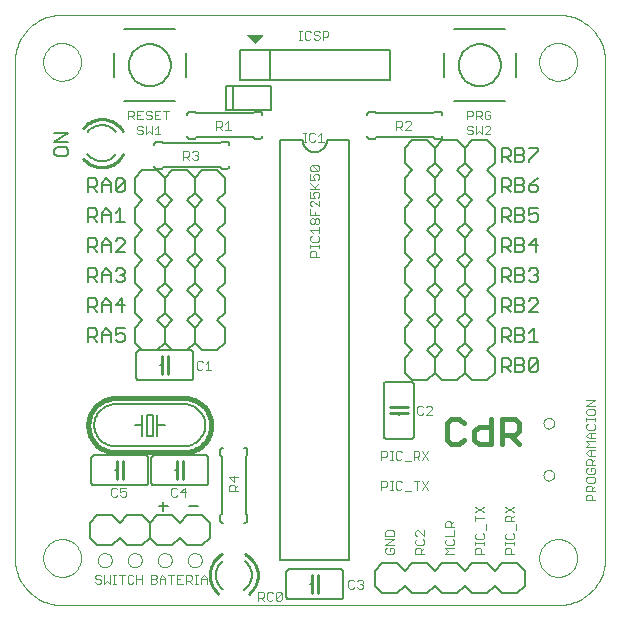
<source format=gto>
G75*
G70*
%OFA0B0*%
%FSLAX24Y24*%
%IPPOS*%
%LPD*%
%AMOC8*
5,1,8,0,0,1.08239X$1,22.5*
%
%ADD10C,0.0030*%
%ADD11C,0.0050*%
%ADD12C,0.0000*%
%ADD13C,0.0160*%
%ADD14C,0.0080*%
%ADD15C,0.0060*%
%ADD16C,0.0100*%
%ADD17C,0.0025*%
D10*
X005319Y004136D02*
X005271Y004184D01*
X005319Y004136D02*
X005416Y004136D01*
X005464Y004184D01*
X005464Y004232D01*
X005416Y004281D01*
X005319Y004281D01*
X005271Y004329D01*
X005271Y004377D01*
X005319Y004426D01*
X005416Y004426D01*
X005464Y004377D01*
X005566Y004426D02*
X005566Y004136D01*
X005662Y004232D01*
X005759Y004136D01*
X005759Y004426D01*
X005860Y004426D02*
X005957Y004426D01*
X005909Y004426D02*
X005909Y004136D01*
X005957Y004136D02*
X005860Y004136D01*
X006153Y004136D02*
X006153Y004426D01*
X006057Y004426D02*
X006250Y004426D01*
X006351Y004377D02*
X006351Y004184D01*
X006400Y004136D01*
X006496Y004136D01*
X006545Y004184D01*
X006646Y004136D02*
X006646Y004426D01*
X006545Y004377D02*
X006496Y004426D01*
X006400Y004426D01*
X006351Y004377D01*
X006646Y004281D02*
X006840Y004281D01*
X006840Y004426D02*
X006840Y004136D01*
X007124Y004136D02*
X007124Y004426D01*
X007269Y004426D01*
X007317Y004377D01*
X007317Y004329D01*
X007269Y004281D01*
X007124Y004281D01*
X007269Y004281D02*
X007317Y004232D01*
X007317Y004184D01*
X007269Y004136D01*
X007124Y004136D01*
X007418Y004136D02*
X007418Y004329D01*
X007515Y004426D01*
X007612Y004329D01*
X007612Y004136D01*
X007612Y004281D02*
X007418Y004281D01*
X007713Y004426D02*
X007906Y004426D01*
X007810Y004426D02*
X007810Y004136D01*
X008008Y004136D02*
X008008Y004426D01*
X008201Y004426D01*
X008302Y004426D02*
X008302Y004136D01*
X008302Y004232D02*
X008447Y004232D01*
X008496Y004281D01*
X008496Y004377D01*
X008447Y004426D01*
X008302Y004426D01*
X008399Y004232D02*
X008496Y004136D01*
X008597Y004136D02*
X008694Y004136D01*
X008645Y004136D02*
X008645Y004426D01*
X008597Y004426D02*
X008694Y004426D01*
X008793Y004329D02*
X008890Y004426D01*
X008987Y004329D01*
X008987Y004136D01*
X008987Y004281D02*
X008793Y004281D01*
X008793Y004329D02*
X008793Y004136D01*
X008201Y004136D02*
X008008Y004136D01*
X008008Y004281D02*
X008104Y004281D01*
X010706Y003861D02*
X010706Y003571D01*
X010706Y003667D02*
X010851Y003667D01*
X010899Y003716D01*
X010899Y003812D01*
X010851Y003861D01*
X010706Y003861D01*
X010803Y003667D02*
X010899Y003571D01*
X011000Y003619D02*
X011049Y003571D01*
X011146Y003571D01*
X011194Y003619D01*
X011295Y003619D02*
X011343Y003571D01*
X011440Y003571D01*
X011489Y003619D01*
X011489Y003812D01*
X011295Y003619D01*
X011295Y003812D01*
X011343Y003861D01*
X011440Y003861D01*
X011489Y003812D01*
X011194Y003812D02*
X011146Y003861D01*
X011049Y003861D01*
X011000Y003812D01*
X011000Y003619D01*
X013711Y004019D02*
X013760Y003971D01*
X013856Y003971D01*
X013905Y004019D01*
X014006Y004019D02*
X014054Y003971D01*
X014151Y003971D01*
X014199Y004019D01*
X014199Y004067D01*
X014151Y004116D01*
X014103Y004116D01*
X014151Y004116D02*
X014199Y004164D01*
X014199Y004212D01*
X014151Y004261D01*
X014054Y004261D01*
X014006Y004212D01*
X013905Y004212D02*
X013856Y004261D01*
X013760Y004261D01*
X013711Y004212D01*
X013711Y004019D01*
X014946Y005179D02*
X014994Y005131D01*
X015187Y005131D01*
X015236Y005179D01*
X015236Y005276D01*
X015187Y005324D01*
X015091Y005324D01*
X015091Y005227D01*
X014994Y005324D02*
X014946Y005276D01*
X014946Y005179D01*
X014946Y005425D02*
X015236Y005619D01*
X014946Y005619D01*
X014946Y005720D02*
X014946Y005865D01*
X014994Y005913D01*
X015187Y005913D01*
X015236Y005865D01*
X015236Y005720D01*
X014946Y005720D01*
X014946Y005425D02*
X015236Y005425D01*
X015946Y005474D02*
X015994Y005425D01*
X016187Y005425D01*
X016236Y005474D01*
X016236Y005570D01*
X016187Y005619D01*
X016236Y005720D02*
X016042Y005913D01*
X015994Y005913D01*
X015946Y005865D01*
X015946Y005768D01*
X015994Y005720D01*
X015994Y005619D02*
X015946Y005570D01*
X015946Y005474D01*
X015994Y005324D02*
X015946Y005276D01*
X015946Y005131D01*
X016236Y005131D01*
X016139Y005131D02*
X016139Y005276D01*
X016091Y005324D01*
X015994Y005324D01*
X016139Y005227D02*
X016236Y005324D01*
X016236Y005720D02*
X016236Y005913D01*
X016946Y006015D02*
X016946Y006160D01*
X016994Y006208D01*
X017091Y006208D01*
X017139Y006160D01*
X017139Y006015D01*
X017139Y006111D02*
X017236Y006208D01*
X017236Y006015D02*
X016946Y006015D01*
X016946Y005720D02*
X017236Y005720D01*
X017236Y005913D01*
X017187Y005619D02*
X017236Y005570D01*
X017236Y005474D01*
X017187Y005425D01*
X016994Y005425D01*
X016946Y005474D01*
X016946Y005570D01*
X016994Y005619D01*
X016946Y005324D02*
X017236Y005324D01*
X017236Y005131D02*
X016946Y005131D01*
X017042Y005227D01*
X016946Y005324D01*
X017946Y005276D02*
X017946Y005131D01*
X018236Y005131D01*
X018139Y005131D02*
X018139Y005276D01*
X018091Y005324D01*
X017994Y005324D01*
X017946Y005276D01*
X017946Y005425D02*
X017946Y005522D01*
X017946Y005474D02*
X018236Y005474D01*
X018236Y005522D02*
X018236Y005425D01*
X018187Y005622D02*
X018236Y005670D01*
X018236Y005767D01*
X018187Y005815D01*
X018284Y005916D02*
X018284Y006110D01*
X018236Y006308D02*
X017946Y006308D01*
X017946Y006211D02*
X017946Y006405D01*
X017946Y006506D02*
X018236Y006699D01*
X018236Y006506D02*
X017946Y006699D01*
X017994Y005815D02*
X017946Y005767D01*
X017946Y005670D01*
X017994Y005622D01*
X018187Y005622D01*
X018946Y005670D02*
X018994Y005622D01*
X019187Y005622D01*
X019236Y005670D01*
X019236Y005767D01*
X019187Y005815D01*
X019284Y005916D02*
X019284Y006110D01*
X019236Y006211D02*
X018946Y006211D01*
X018946Y006356D01*
X018994Y006405D01*
X019091Y006405D01*
X019139Y006356D01*
X019139Y006211D01*
X019139Y006308D02*
X019236Y006405D01*
X019236Y006506D02*
X018946Y006699D01*
X018946Y006506D02*
X019236Y006699D01*
X018994Y005815D02*
X018946Y005767D01*
X018946Y005670D01*
X018946Y005522D02*
X018946Y005425D01*
X018946Y005474D02*
X019236Y005474D01*
X019236Y005522D02*
X019236Y005425D01*
X019091Y005324D02*
X019139Y005276D01*
X019139Y005131D01*
X019236Y005131D02*
X018946Y005131D01*
X018946Y005276D01*
X018994Y005324D01*
X019091Y005324D01*
X021646Y006912D02*
X021646Y007057D01*
X021694Y007105D01*
X021791Y007105D01*
X021839Y007057D01*
X021839Y006912D01*
X021936Y006912D02*
X021646Y006912D01*
X021646Y007206D02*
X021646Y007352D01*
X021694Y007400D01*
X021791Y007400D01*
X021839Y007352D01*
X021839Y007206D01*
X021936Y007206D02*
X021646Y007206D01*
X021839Y007303D02*
X021936Y007400D01*
X021887Y007501D02*
X021936Y007549D01*
X021936Y007646D01*
X021887Y007695D01*
X021694Y007695D01*
X021646Y007646D01*
X021646Y007549D01*
X021694Y007501D01*
X021887Y007501D01*
X021887Y007796D02*
X021936Y007844D01*
X021936Y007941D01*
X021887Y007989D01*
X021791Y007989D01*
X021791Y007893D01*
X021694Y007989D02*
X021646Y007941D01*
X021646Y007844D01*
X021694Y007796D01*
X021887Y007796D01*
X021839Y008090D02*
X021839Y008236D01*
X021791Y008284D01*
X021694Y008284D01*
X021646Y008236D01*
X021646Y008090D01*
X021936Y008090D01*
X021839Y008187D02*
X021936Y008284D01*
X021936Y008385D02*
X021742Y008385D01*
X021646Y008482D01*
X021742Y008579D01*
X021936Y008579D01*
X021936Y008680D02*
X021646Y008680D01*
X021742Y008776D01*
X021646Y008873D01*
X021936Y008873D01*
X021936Y008974D02*
X021742Y008974D01*
X021646Y009071D01*
X021742Y009168D01*
X021936Y009168D01*
X021887Y009269D02*
X021936Y009317D01*
X021936Y009414D01*
X021887Y009463D01*
X021936Y009564D02*
X021936Y009660D01*
X021936Y009612D02*
X021646Y009612D01*
X021646Y009564D02*
X021646Y009660D01*
X021694Y009760D02*
X021646Y009808D01*
X021646Y009905D01*
X021694Y009954D01*
X021887Y009954D01*
X021936Y009905D01*
X021936Y009808D01*
X021887Y009760D01*
X021694Y009760D01*
X021694Y009463D02*
X021646Y009414D01*
X021646Y009317D01*
X021694Y009269D01*
X021887Y009269D01*
X021791Y009168D02*
X021791Y008974D01*
X021791Y008579D02*
X021791Y008385D01*
X021936Y010055D02*
X021646Y010055D01*
X021936Y010248D01*
X021646Y010248D01*
X016494Y010012D02*
X016446Y010061D01*
X016349Y010061D01*
X016300Y010012D01*
X016199Y010012D02*
X016151Y010061D01*
X016054Y010061D01*
X016006Y010012D01*
X016006Y009819D01*
X016054Y009771D01*
X016151Y009771D01*
X016199Y009819D01*
X016300Y009771D02*
X016494Y009964D01*
X016494Y010012D01*
X016494Y009771D02*
X016300Y009771D01*
X016374Y008561D02*
X016181Y008271D01*
X016080Y008271D02*
X015983Y008367D01*
X016031Y008367D02*
X015886Y008367D01*
X015886Y008271D02*
X015886Y008561D01*
X016031Y008561D01*
X016080Y008512D01*
X016080Y008416D01*
X016031Y008367D01*
X016181Y008561D02*
X016374Y008271D01*
X015785Y008222D02*
X015592Y008222D01*
X015490Y008319D02*
X015442Y008271D01*
X015345Y008271D01*
X015297Y008319D01*
X015297Y008512D01*
X015345Y008561D01*
X015442Y008561D01*
X015490Y008512D01*
X015197Y008561D02*
X015100Y008561D01*
X015149Y008561D02*
X015149Y008271D01*
X015197Y008271D02*
X015100Y008271D01*
X014999Y008416D02*
X014951Y008367D01*
X014806Y008367D01*
X014806Y008271D02*
X014806Y008561D01*
X014951Y008561D01*
X014999Y008512D01*
X014999Y008416D01*
X014951Y007561D02*
X014999Y007512D01*
X014999Y007416D01*
X014951Y007367D01*
X014806Y007367D01*
X014806Y007271D02*
X014806Y007561D01*
X014951Y007561D01*
X015100Y007561D02*
X015197Y007561D01*
X015149Y007561D02*
X015149Y007271D01*
X015197Y007271D02*
X015100Y007271D01*
X015297Y007319D02*
X015297Y007512D01*
X015345Y007561D01*
X015442Y007561D01*
X015490Y007512D01*
X015490Y007319D02*
X015442Y007271D01*
X015345Y007271D01*
X015297Y007319D01*
X015592Y007222D02*
X015785Y007222D01*
X015983Y007271D02*
X015983Y007561D01*
X015886Y007561D02*
X016080Y007561D01*
X016181Y007561D02*
X016374Y007271D01*
X016181Y007271D02*
X016374Y007561D01*
X010036Y007676D02*
X009746Y007676D01*
X009891Y007531D01*
X009891Y007724D01*
X009891Y007429D02*
X009939Y007381D01*
X009939Y007236D01*
X009939Y007333D02*
X010036Y007429D01*
X009891Y007429D02*
X009794Y007429D01*
X009746Y007381D01*
X009746Y007236D01*
X010036Y007236D01*
X008299Y007181D02*
X008106Y007181D01*
X008251Y007326D01*
X008251Y007036D01*
X008005Y007084D02*
X007956Y007036D01*
X007860Y007036D01*
X007811Y007084D01*
X007811Y007277D01*
X007860Y007326D01*
X007956Y007326D01*
X008005Y007277D01*
X006299Y007326D02*
X006106Y007326D01*
X006106Y007181D01*
X006203Y007229D01*
X006251Y007229D01*
X006299Y007181D01*
X006299Y007084D01*
X006251Y007036D01*
X006154Y007036D01*
X006106Y007084D01*
X006005Y007084D02*
X005956Y007036D01*
X005860Y007036D01*
X005811Y007084D01*
X005811Y007277D01*
X005860Y007326D01*
X005956Y007326D01*
X006005Y007277D01*
X008704Y011271D02*
X008801Y011271D01*
X008849Y011319D01*
X008950Y011271D02*
X009144Y011271D01*
X009047Y011271D02*
X009047Y011561D01*
X008950Y011464D01*
X008849Y011512D02*
X008801Y011561D01*
X008704Y011561D01*
X008656Y011512D01*
X008656Y011319D01*
X008704Y011271D01*
X012446Y015038D02*
X012446Y015183D01*
X012494Y015231D01*
X012591Y015231D01*
X012639Y015183D01*
X012639Y015038D01*
X012736Y015038D02*
X012446Y015038D01*
X012446Y015332D02*
X012446Y015429D01*
X012446Y015381D02*
X012736Y015381D01*
X012736Y015429D02*
X012736Y015332D01*
X012687Y015529D02*
X012736Y015577D01*
X012736Y015674D01*
X012687Y015722D01*
X012736Y015823D02*
X012736Y016017D01*
X012736Y015920D02*
X012446Y015920D01*
X012542Y015823D01*
X012494Y015722D02*
X012446Y015674D01*
X012446Y015577D01*
X012494Y015529D01*
X012687Y015529D01*
X012687Y016118D02*
X012639Y016118D01*
X012591Y016166D01*
X012591Y016263D01*
X012639Y016312D01*
X012687Y016312D01*
X012736Y016263D01*
X012736Y016166D01*
X012687Y016118D01*
X012591Y016166D02*
X012542Y016118D01*
X012494Y016118D01*
X012446Y016166D01*
X012446Y016263D01*
X012494Y016312D01*
X012542Y016312D01*
X012591Y016263D01*
X012591Y016413D02*
X012591Y016509D01*
X012736Y016413D02*
X012446Y016413D01*
X012446Y016606D01*
X012494Y016707D02*
X012446Y016756D01*
X012446Y016852D01*
X012494Y016901D01*
X012542Y016901D01*
X012736Y016707D01*
X012736Y016901D01*
X012687Y017002D02*
X012736Y017050D01*
X012736Y017147D01*
X012687Y017196D01*
X012591Y017196D01*
X012542Y017147D01*
X012542Y017099D01*
X012591Y017002D01*
X012446Y017002D01*
X012446Y017196D01*
X012446Y017297D02*
X012736Y017297D01*
X012639Y017297D02*
X012446Y017490D01*
X012446Y017591D02*
X012591Y017591D01*
X012542Y017688D01*
X012542Y017736D01*
X012591Y017785D01*
X012687Y017785D01*
X012736Y017736D01*
X012736Y017640D01*
X012687Y017591D01*
X012736Y017490D02*
X012591Y017345D01*
X012446Y017591D02*
X012446Y017785D01*
X012494Y017886D02*
X012446Y017934D01*
X012446Y018031D01*
X012494Y018079D01*
X012687Y017886D01*
X012736Y017934D01*
X012736Y018031D01*
X012687Y018079D01*
X012494Y018079D01*
X012494Y017886D02*
X012687Y017886D01*
X012704Y018871D02*
X012898Y018871D01*
X012801Y018871D02*
X012801Y019161D01*
X012704Y019064D01*
X012603Y019112D02*
X012555Y019161D01*
X012458Y019161D01*
X012409Y019112D01*
X012409Y018919D01*
X012458Y018871D01*
X012555Y018871D01*
X012603Y018919D01*
X012310Y018871D02*
X012213Y018871D01*
X012261Y018871D02*
X012261Y019161D01*
X012213Y019161D02*
X012310Y019161D01*
X009799Y019271D02*
X009606Y019271D01*
X009703Y019271D02*
X009703Y019561D01*
X009606Y019464D01*
X009505Y019416D02*
X009456Y019367D01*
X009311Y019367D01*
X009311Y019271D02*
X009311Y019561D01*
X009456Y019561D01*
X009505Y019512D01*
X009505Y019416D01*
X009408Y019367D02*
X009505Y019271D01*
X008699Y018512D02*
X008699Y018464D01*
X008651Y018416D01*
X008699Y018367D01*
X008699Y018319D01*
X008651Y018271D01*
X008554Y018271D01*
X008506Y018319D01*
X008405Y018271D02*
X008308Y018367D01*
X008356Y018367D02*
X008211Y018367D01*
X008211Y018271D02*
X008211Y018561D01*
X008356Y018561D01*
X008405Y018512D01*
X008405Y018416D01*
X008356Y018367D01*
X008506Y018512D02*
X008554Y018561D01*
X008651Y018561D01*
X008699Y018512D01*
X008651Y018416D02*
X008603Y018416D01*
X007447Y019111D02*
X007253Y019111D01*
X007350Y019111D02*
X007350Y019401D01*
X007253Y019304D01*
X007152Y019401D02*
X007152Y019111D01*
X007055Y019207D01*
X006958Y019111D01*
X006958Y019401D01*
X006857Y019352D02*
X006809Y019401D01*
X006712Y019401D01*
X006664Y019352D01*
X006664Y019304D01*
X006712Y019256D01*
X006809Y019256D01*
X006857Y019207D01*
X006857Y019159D01*
X006809Y019111D01*
X006712Y019111D01*
X006664Y019159D01*
X006664Y019611D02*
X006857Y019611D01*
X006958Y019659D02*
X007007Y019611D01*
X007104Y019611D01*
X007152Y019659D01*
X007152Y019707D01*
X007104Y019756D01*
X007007Y019756D01*
X006958Y019804D01*
X006958Y019852D01*
X007007Y019901D01*
X007104Y019901D01*
X007152Y019852D01*
X007253Y019901D02*
X007253Y019611D01*
X007447Y019611D01*
X007350Y019756D02*
X007253Y019756D01*
X007253Y019901D02*
X007447Y019901D01*
X007548Y019901D02*
X007741Y019901D01*
X007645Y019901D02*
X007645Y019611D01*
X006857Y019901D02*
X006664Y019901D01*
X006664Y019611D01*
X006563Y019611D02*
X006466Y019707D01*
X006514Y019707D02*
X006369Y019707D01*
X006369Y019611D02*
X006369Y019901D01*
X006514Y019901D01*
X006563Y019852D01*
X006563Y019756D01*
X006514Y019707D01*
X006664Y019756D02*
X006761Y019756D01*
X012066Y022271D02*
X012162Y022271D01*
X012114Y022271D02*
X012114Y022561D01*
X012066Y022561D02*
X012162Y022561D01*
X012262Y022512D02*
X012262Y022319D01*
X012310Y022271D01*
X012407Y022271D01*
X012456Y022319D01*
X012557Y022319D02*
X012605Y022271D01*
X012702Y022271D01*
X012750Y022319D01*
X012750Y022367D01*
X012702Y022416D01*
X012605Y022416D01*
X012557Y022464D01*
X012557Y022512D01*
X012605Y022561D01*
X012702Y022561D01*
X012750Y022512D01*
X012851Y022561D02*
X012996Y022561D01*
X013045Y022512D01*
X013045Y022416D01*
X012996Y022367D01*
X012851Y022367D01*
X012851Y022271D02*
X012851Y022561D01*
X012456Y022512D02*
X012407Y022561D01*
X012310Y022561D01*
X012262Y022512D01*
X015311Y019561D02*
X015311Y019271D01*
X015311Y019367D02*
X015456Y019367D01*
X015505Y019416D01*
X015505Y019512D01*
X015456Y019561D01*
X015311Y019561D01*
X015408Y019367D02*
X015505Y019271D01*
X015606Y019271D02*
X015799Y019464D01*
X015799Y019512D01*
X015751Y019561D01*
X015654Y019561D01*
X015606Y019512D01*
X015606Y019271D02*
X015799Y019271D01*
X017664Y019304D02*
X017712Y019256D01*
X017809Y019256D01*
X017857Y019207D01*
X017857Y019159D01*
X017809Y019111D01*
X017712Y019111D01*
X017664Y019159D01*
X017664Y019304D02*
X017664Y019352D01*
X017712Y019401D01*
X017809Y019401D01*
X017857Y019352D01*
X017958Y019401D02*
X017958Y019111D01*
X018055Y019207D01*
X018152Y019111D01*
X018152Y019401D01*
X018253Y019352D02*
X018302Y019401D01*
X018398Y019401D01*
X018447Y019352D01*
X018447Y019304D01*
X018253Y019111D01*
X018447Y019111D01*
X018398Y019611D02*
X018447Y019659D01*
X018447Y019756D01*
X018350Y019756D01*
X018447Y019852D02*
X018398Y019901D01*
X018302Y019901D01*
X018253Y019852D01*
X018253Y019659D01*
X018302Y019611D01*
X018398Y019611D01*
X018152Y019611D02*
X018055Y019707D01*
X018104Y019707D02*
X017958Y019707D01*
X017958Y019611D02*
X017958Y019901D01*
X018104Y019901D01*
X018152Y019852D01*
X018152Y019756D01*
X018104Y019707D01*
X017857Y019756D02*
X017857Y019852D01*
X017809Y019901D01*
X017664Y019901D01*
X017664Y019611D01*
X017664Y019707D02*
X017809Y019707D01*
X017857Y019756D01*
D11*
X018816Y018641D02*
X019041Y018641D01*
X019116Y018566D01*
X019116Y018416D01*
X019041Y018341D01*
X018816Y018341D01*
X018966Y018341D02*
X019116Y018191D01*
X019276Y018191D02*
X019501Y018191D01*
X019576Y018266D01*
X019576Y018341D01*
X019501Y018416D01*
X019276Y018416D01*
X019276Y018191D02*
X019276Y018641D01*
X019501Y018641D01*
X019576Y018566D01*
X019576Y018491D01*
X019501Y018416D01*
X019737Y018266D02*
X019737Y018191D01*
X019737Y018266D02*
X020037Y018566D01*
X020037Y018641D01*
X019737Y018641D01*
X018816Y018641D02*
X018816Y018191D01*
X018816Y017641D02*
X019041Y017641D01*
X019116Y017566D01*
X019116Y017416D01*
X019041Y017341D01*
X018816Y017341D01*
X018966Y017341D02*
X019116Y017191D01*
X019276Y017191D02*
X019501Y017191D01*
X019576Y017266D01*
X019576Y017341D01*
X019501Y017416D01*
X019276Y017416D01*
X019276Y017191D02*
X019276Y017641D01*
X019501Y017641D01*
X019576Y017566D01*
X019576Y017491D01*
X019501Y017416D01*
X019737Y017416D02*
X019887Y017566D01*
X020037Y017641D01*
X019962Y017416D02*
X019737Y017416D01*
X019737Y017266D01*
X019812Y017191D01*
X019962Y017191D01*
X020037Y017266D01*
X020037Y017341D01*
X019962Y017416D01*
X020037Y016641D02*
X019737Y016641D01*
X019737Y016416D01*
X019887Y016491D01*
X019962Y016491D01*
X020037Y016416D01*
X020037Y016266D01*
X019962Y016191D01*
X019812Y016191D01*
X019737Y016266D01*
X019576Y016266D02*
X019501Y016191D01*
X019276Y016191D01*
X019276Y016641D01*
X019501Y016641D01*
X019576Y016566D01*
X019576Y016491D01*
X019501Y016416D01*
X019276Y016416D01*
X019116Y016416D02*
X019116Y016566D01*
X019041Y016641D01*
X018816Y016641D01*
X018816Y016191D01*
X018816Y016341D02*
X019041Y016341D01*
X019116Y016416D01*
X018966Y016341D02*
X019116Y016191D01*
X019501Y016416D02*
X019576Y016341D01*
X019576Y016266D01*
X019501Y015641D02*
X019276Y015641D01*
X019276Y015191D01*
X019501Y015191D01*
X019576Y015266D01*
X019576Y015341D01*
X019501Y015416D01*
X019276Y015416D01*
X019116Y015416D02*
X019041Y015341D01*
X018816Y015341D01*
X018966Y015341D02*
X019116Y015191D01*
X019116Y015416D02*
X019116Y015566D01*
X019041Y015641D01*
X018816Y015641D01*
X018816Y015191D01*
X018816Y014641D02*
X019041Y014641D01*
X019116Y014566D01*
X019116Y014416D01*
X019041Y014341D01*
X018816Y014341D01*
X018966Y014341D02*
X019116Y014191D01*
X019276Y014191D02*
X019276Y014641D01*
X019501Y014641D01*
X019576Y014566D01*
X019576Y014491D01*
X019501Y014416D01*
X019276Y014416D01*
X019276Y014191D02*
X019501Y014191D01*
X019576Y014266D01*
X019576Y014341D01*
X019501Y014416D01*
X019737Y014566D02*
X019812Y014641D01*
X019962Y014641D01*
X020037Y014566D01*
X020037Y014491D01*
X019962Y014416D01*
X020037Y014341D01*
X020037Y014266D01*
X019962Y014191D01*
X019812Y014191D01*
X019737Y014266D01*
X019887Y014416D02*
X019962Y014416D01*
X019962Y015191D02*
X019962Y015641D01*
X019737Y015416D01*
X020037Y015416D01*
X019576Y015491D02*
X019501Y015416D01*
X019576Y015491D02*
X019576Y015566D01*
X019501Y015641D01*
X018816Y014641D02*
X018816Y014191D01*
X018816Y013641D02*
X019041Y013641D01*
X019116Y013566D01*
X019116Y013416D01*
X019041Y013341D01*
X018816Y013341D01*
X018966Y013341D02*
X019116Y013191D01*
X019276Y013191D02*
X019501Y013191D01*
X019576Y013266D01*
X019576Y013341D01*
X019501Y013416D01*
X019276Y013416D01*
X019276Y013191D02*
X019276Y013641D01*
X019501Y013641D01*
X019576Y013566D01*
X019576Y013491D01*
X019501Y013416D01*
X019737Y013566D02*
X019812Y013641D01*
X019962Y013641D01*
X020037Y013566D01*
X020037Y013491D01*
X019737Y013191D01*
X020037Y013191D01*
X019887Y012641D02*
X019887Y012191D01*
X019737Y012191D02*
X020037Y012191D01*
X019737Y012491D02*
X019887Y012641D01*
X019576Y012566D02*
X019576Y012491D01*
X019501Y012416D01*
X019276Y012416D01*
X019116Y012416D02*
X019041Y012341D01*
X018816Y012341D01*
X018966Y012341D02*
X019116Y012191D01*
X019276Y012191D02*
X019501Y012191D01*
X019576Y012266D01*
X019576Y012341D01*
X019501Y012416D01*
X019576Y012566D02*
X019501Y012641D01*
X019276Y012641D01*
X019276Y012191D01*
X019116Y012416D02*
X019116Y012566D01*
X019041Y012641D01*
X018816Y012641D01*
X018816Y012191D01*
X018816Y011641D02*
X019041Y011641D01*
X019116Y011566D01*
X019116Y011416D01*
X019041Y011341D01*
X018816Y011341D01*
X018966Y011341D02*
X019116Y011191D01*
X019276Y011191D02*
X019501Y011191D01*
X019576Y011266D01*
X019576Y011341D01*
X019501Y011416D01*
X019276Y011416D01*
X019276Y011191D02*
X019276Y011641D01*
X019501Y011641D01*
X019576Y011566D01*
X019576Y011491D01*
X019501Y011416D01*
X019737Y011266D02*
X019737Y011566D01*
X019812Y011641D01*
X019962Y011641D01*
X020037Y011566D01*
X019737Y011266D01*
X019812Y011191D01*
X019962Y011191D01*
X020037Y011266D01*
X020037Y011566D01*
X018816Y011641D02*
X018816Y011191D01*
X018816Y013191D02*
X018816Y013641D01*
X018816Y017191D02*
X018816Y017641D01*
X011139Y019922D02*
X009879Y019922D01*
X009879Y020709D01*
X011139Y020709D01*
X011139Y019922D01*
X009879Y019922D02*
X009643Y019922D01*
X009643Y020709D01*
X009879Y020709D01*
X006256Y017566D02*
X006256Y017266D01*
X006181Y017191D01*
X006030Y017191D01*
X005955Y017266D01*
X006256Y017566D01*
X006181Y017641D01*
X006030Y017641D01*
X005955Y017566D01*
X005955Y017266D01*
X005795Y017191D02*
X005795Y017491D01*
X005645Y017641D01*
X005495Y017491D01*
X005495Y017191D01*
X005335Y017191D02*
X005185Y017341D01*
X005260Y017341D02*
X005035Y017341D01*
X005035Y017191D02*
X005035Y017641D01*
X005260Y017641D01*
X005335Y017566D01*
X005335Y017416D01*
X005260Y017341D01*
X005495Y017416D02*
X005795Y017416D01*
X005645Y016641D02*
X005795Y016491D01*
X005795Y016191D01*
X005955Y016191D02*
X006256Y016191D01*
X006106Y016191D02*
X006106Y016641D01*
X005955Y016491D01*
X005795Y016416D02*
X005495Y016416D01*
X005495Y016491D02*
X005495Y016191D01*
X005335Y016191D02*
X005185Y016341D01*
X005260Y016341D02*
X005035Y016341D01*
X005035Y016191D02*
X005035Y016641D01*
X005260Y016641D01*
X005335Y016566D01*
X005335Y016416D01*
X005260Y016341D01*
X005495Y016491D02*
X005645Y016641D01*
X005645Y015641D02*
X005795Y015491D01*
X005795Y015191D01*
X005955Y015191D02*
X006256Y015491D01*
X006256Y015566D01*
X006181Y015641D01*
X006030Y015641D01*
X005955Y015566D01*
X005795Y015416D02*
X005495Y015416D01*
X005495Y015491D02*
X005645Y015641D01*
X005495Y015491D02*
X005495Y015191D01*
X005335Y015191D02*
X005185Y015341D01*
X005260Y015341D02*
X005035Y015341D01*
X005035Y015191D02*
X005035Y015641D01*
X005260Y015641D01*
X005335Y015566D01*
X005335Y015416D01*
X005260Y015341D01*
X005955Y015191D02*
X006256Y015191D01*
X006181Y014641D02*
X006256Y014566D01*
X006256Y014491D01*
X006181Y014416D01*
X006256Y014341D01*
X006256Y014266D01*
X006181Y014191D01*
X006030Y014191D01*
X005955Y014266D01*
X005795Y014191D02*
X005795Y014491D01*
X005645Y014641D01*
X005495Y014491D01*
X005495Y014191D01*
X005335Y014191D02*
X005185Y014341D01*
X005260Y014341D02*
X005035Y014341D01*
X005035Y014191D02*
X005035Y014641D01*
X005260Y014641D01*
X005335Y014566D01*
X005335Y014416D01*
X005260Y014341D01*
X005495Y014416D02*
X005795Y014416D01*
X005955Y014566D02*
X006030Y014641D01*
X006181Y014641D01*
X006181Y014416D02*
X006106Y014416D01*
X006181Y013641D02*
X005955Y013416D01*
X006256Y013416D01*
X006181Y013191D02*
X006181Y013641D01*
X005795Y013491D02*
X005795Y013191D01*
X005795Y013416D02*
X005495Y013416D01*
X005495Y013491D02*
X005645Y013641D01*
X005795Y013491D01*
X005495Y013491D02*
X005495Y013191D01*
X005335Y013191D02*
X005185Y013341D01*
X005260Y013341D02*
X005035Y013341D01*
X005035Y013191D02*
X005035Y013641D01*
X005260Y013641D01*
X005335Y013566D01*
X005335Y013416D01*
X005260Y013341D01*
X005260Y012641D02*
X005035Y012641D01*
X005035Y012191D01*
X005035Y012341D02*
X005260Y012341D01*
X005335Y012416D01*
X005335Y012566D01*
X005260Y012641D01*
X005495Y012491D02*
X005645Y012641D01*
X005795Y012491D01*
X005795Y012191D01*
X005955Y012266D02*
X006030Y012191D01*
X006181Y012191D01*
X006256Y012266D01*
X006256Y012416D01*
X006181Y012491D01*
X006106Y012491D01*
X005955Y012416D01*
X005955Y012641D01*
X006256Y012641D01*
X005795Y012416D02*
X005495Y012416D01*
X005495Y012491D02*
X005495Y012191D01*
X005335Y012191D02*
X005185Y012341D01*
X007536Y006866D02*
X007536Y006566D01*
X007386Y006716D02*
X007686Y006716D01*
X008386Y006716D02*
X008686Y006716D01*
X004291Y018380D02*
X003990Y018380D01*
X003915Y018455D01*
X003915Y018605D01*
X003990Y018680D01*
X004291Y018680D01*
X004366Y018605D01*
X004366Y018455D01*
X004291Y018380D01*
X004366Y018841D02*
X003915Y018841D01*
X004366Y019141D01*
X003915Y019141D01*
D12*
X004166Y003416D02*
X020701Y003416D01*
X020071Y004990D02*
X020073Y005040D01*
X020079Y005090D01*
X020089Y005139D01*
X020103Y005187D01*
X020120Y005234D01*
X020141Y005279D01*
X020166Y005323D01*
X020194Y005364D01*
X020226Y005403D01*
X020260Y005440D01*
X020297Y005474D01*
X020337Y005504D01*
X020379Y005531D01*
X020423Y005555D01*
X020469Y005576D01*
X020516Y005592D01*
X020564Y005605D01*
X020614Y005614D01*
X020663Y005619D01*
X020714Y005620D01*
X020764Y005617D01*
X020813Y005610D01*
X020862Y005599D01*
X020910Y005584D01*
X020956Y005566D01*
X021001Y005544D01*
X021044Y005518D01*
X021085Y005489D01*
X021124Y005457D01*
X021160Y005422D01*
X021192Y005384D01*
X021222Y005344D01*
X021249Y005301D01*
X021272Y005257D01*
X021291Y005211D01*
X021307Y005163D01*
X021319Y005114D01*
X021327Y005065D01*
X021331Y005015D01*
X021331Y004965D01*
X021327Y004915D01*
X021319Y004866D01*
X021307Y004817D01*
X021291Y004769D01*
X021272Y004723D01*
X021249Y004679D01*
X021222Y004636D01*
X021192Y004596D01*
X021160Y004558D01*
X021124Y004523D01*
X021085Y004491D01*
X021044Y004462D01*
X021001Y004436D01*
X020956Y004414D01*
X020910Y004396D01*
X020862Y004381D01*
X020813Y004370D01*
X020764Y004363D01*
X020714Y004360D01*
X020663Y004361D01*
X020614Y004366D01*
X020564Y004375D01*
X020516Y004388D01*
X020469Y004404D01*
X020423Y004425D01*
X020379Y004449D01*
X020337Y004476D01*
X020297Y004506D01*
X020260Y004540D01*
X020226Y004577D01*
X020194Y004616D01*
X020166Y004657D01*
X020141Y004701D01*
X020120Y004746D01*
X020103Y004793D01*
X020089Y004841D01*
X020079Y004890D01*
X020073Y004940D01*
X020071Y004990D01*
X020701Y003415D02*
X020778Y003417D01*
X020855Y003423D01*
X020932Y003432D01*
X021008Y003445D01*
X021084Y003462D01*
X021158Y003483D01*
X021232Y003507D01*
X021304Y003535D01*
X021374Y003566D01*
X021443Y003601D01*
X021511Y003639D01*
X021576Y003680D01*
X021639Y003725D01*
X021700Y003773D01*
X021759Y003823D01*
X021815Y003876D01*
X021868Y003932D01*
X021918Y003991D01*
X021966Y004052D01*
X022011Y004115D01*
X022052Y004180D01*
X022090Y004248D01*
X022125Y004317D01*
X022156Y004387D01*
X022184Y004459D01*
X022208Y004533D01*
X022229Y004607D01*
X022246Y004683D01*
X022259Y004759D01*
X022268Y004836D01*
X022274Y004913D01*
X022276Y004990D01*
X022276Y021526D01*
X020071Y021526D02*
X020073Y021576D01*
X020079Y021626D01*
X020089Y021675D01*
X020103Y021723D01*
X020120Y021770D01*
X020141Y021815D01*
X020166Y021859D01*
X020194Y021900D01*
X020226Y021939D01*
X020260Y021976D01*
X020297Y022010D01*
X020337Y022040D01*
X020379Y022067D01*
X020423Y022091D01*
X020469Y022112D01*
X020516Y022128D01*
X020564Y022141D01*
X020614Y022150D01*
X020663Y022155D01*
X020714Y022156D01*
X020764Y022153D01*
X020813Y022146D01*
X020862Y022135D01*
X020910Y022120D01*
X020956Y022102D01*
X021001Y022080D01*
X021044Y022054D01*
X021085Y022025D01*
X021124Y021993D01*
X021160Y021958D01*
X021192Y021920D01*
X021222Y021880D01*
X021249Y021837D01*
X021272Y021793D01*
X021291Y021747D01*
X021307Y021699D01*
X021319Y021650D01*
X021327Y021601D01*
X021331Y021551D01*
X021331Y021501D01*
X021327Y021451D01*
X021319Y021402D01*
X021307Y021353D01*
X021291Y021305D01*
X021272Y021259D01*
X021249Y021215D01*
X021222Y021172D01*
X021192Y021132D01*
X021160Y021094D01*
X021124Y021059D01*
X021085Y021027D01*
X021044Y020998D01*
X021001Y020972D01*
X020956Y020950D01*
X020910Y020932D01*
X020862Y020917D01*
X020813Y020906D01*
X020764Y020899D01*
X020714Y020896D01*
X020663Y020897D01*
X020614Y020902D01*
X020564Y020911D01*
X020516Y020924D01*
X020469Y020940D01*
X020423Y020961D01*
X020379Y020985D01*
X020337Y021012D01*
X020297Y021042D01*
X020260Y021076D01*
X020226Y021113D01*
X020194Y021152D01*
X020166Y021193D01*
X020141Y021237D01*
X020120Y021282D01*
X020103Y021329D01*
X020089Y021377D01*
X020079Y021426D01*
X020073Y021476D01*
X020071Y021526D01*
X020701Y023101D02*
X020778Y023099D01*
X020855Y023093D01*
X020932Y023084D01*
X021008Y023071D01*
X021084Y023054D01*
X021158Y023033D01*
X021232Y023009D01*
X021304Y022981D01*
X021374Y022950D01*
X021443Y022915D01*
X021511Y022877D01*
X021576Y022836D01*
X021639Y022791D01*
X021700Y022743D01*
X021759Y022693D01*
X021815Y022640D01*
X021868Y022584D01*
X021918Y022525D01*
X021966Y022464D01*
X022011Y022401D01*
X022052Y022336D01*
X022090Y022268D01*
X022125Y022199D01*
X022156Y022129D01*
X022184Y022057D01*
X022208Y021983D01*
X022229Y021909D01*
X022246Y021833D01*
X022259Y021757D01*
X022268Y021680D01*
X022274Y021603D01*
X022276Y021526D01*
X020701Y023101D02*
X004166Y023101D01*
X003536Y021526D02*
X003538Y021576D01*
X003544Y021626D01*
X003554Y021675D01*
X003568Y021723D01*
X003585Y021770D01*
X003606Y021815D01*
X003631Y021859D01*
X003659Y021900D01*
X003691Y021939D01*
X003725Y021976D01*
X003762Y022010D01*
X003802Y022040D01*
X003844Y022067D01*
X003888Y022091D01*
X003934Y022112D01*
X003981Y022128D01*
X004029Y022141D01*
X004079Y022150D01*
X004128Y022155D01*
X004179Y022156D01*
X004229Y022153D01*
X004278Y022146D01*
X004327Y022135D01*
X004375Y022120D01*
X004421Y022102D01*
X004466Y022080D01*
X004509Y022054D01*
X004550Y022025D01*
X004589Y021993D01*
X004625Y021958D01*
X004657Y021920D01*
X004687Y021880D01*
X004714Y021837D01*
X004737Y021793D01*
X004756Y021747D01*
X004772Y021699D01*
X004784Y021650D01*
X004792Y021601D01*
X004796Y021551D01*
X004796Y021501D01*
X004792Y021451D01*
X004784Y021402D01*
X004772Y021353D01*
X004756Y021305D01*
X004737Y021259D01*
X004714Y021215D01*
X004687Y021172D01*
X004657Y021132D01*
X004625Y021094D01*
X004589Y021059D01*
X004550Y021027D01*
X004509Y020998D01*
X004466Y020972D01*
X004421Y020950D01*
X004375Y020932D01*
X004327Y020917D01*
X004278Y020906D01*
X004229Y020899D01*
X004179Y020896D01*
X004128Y020897D01*
X004079Y020902D01*
X004029Y020911D01*
X003981Y020924D01*
X003934Y020940D01*
X003888Y020961D01*
X003844Y020985D01*
X003802Y021012D01*
X003762Y021042D01*
X003725Y021076D01*
X003691Y021113D01*
X003659Y021152D01*
X003631Y021193D01*
X003606Y021237D01*
X003585Y021282D01*
X003568Y021329D01*
X003554Y021377D01*
X003544Y021426D01*
X003538Y021476D01*
X003536Y021526D01*
X002591Y021526D02*
X002593Y021603D01*
X002599Y021680D01*
X002608Y021757D01*
X002621Y021833D01*
X002638Y021909D01*
X002659Y021983D01*
X002683Y022057D01*
X002711Y022129D01*
X002742Y022199D01*
X002777Y022268D01*
X002815Y022336D01*
X002856Y022401D01*
X002901Y022464D01*
X002949Y022525D01*
X002999Y022584D01*
X003052Y022640D01*
X003108Y022693D01*
X003167Y022743D01*
X003228Y022791D01*
X003291Y022836D01*
X003356Y022877D01*
X003424Y022915D01*
X003493Y022950D01*
X003563Y022981D01*
X003635Y023009D01*
X003709Y023033D01*
X003783Y023054D01*
X003859Y023071D01*
X003935Y023084D01*
X004012Y023093D01*
X004089Y023099D01*
X004166Y023101D01*
X002591Y021526D02*
X002591Y004990D01*
X003536Y004990D02*
X003538Y005040D01*
X003544Y005090D01*
X003554Y005139D01*
X003568Y005187D01*
X003585Y005234D01*
X003606Y005279D01*
X003631Y005323D01*
X003659Y005364D01*
X003691Y005403D01*
X003725Y005440D01*
X003762Y005474D01*
X003802Y005504D01*
X003844Y005531D01*
X003888Y005555D01*
X003934Y005576D01*
X003981Y005592D01*
X004029Y005605D01*
X004079Y005614D01*
X004128Y005619D01*
X004179Y005620D01*
X004229Y005617D01*
X004278Y005610D01*
X004327Y005599D01*
X004375Y005584D01*
X004421Y005566D01*
X004466Y005544D01*
X004509Y005518D01*
X004550Y005489D01*
X004589Y005457D01*
X004625Y005422D01*
X004657Y005384D01*
X004687Y005344D01*
X004714Y005301D01*
X004737Y005257D01*
X004756Y005211D01*
X004772Y005163D01*
X004784Y005114D01*
X004792Y005065D01*
X004796Y005015D01*
X004796Y004965D01*
X004792Y004915D01*
X004784Y004866D01*
X004772Y004817D01*
X004756Y004769D01*
X004737Y004723D01*
X004714Y004679D01*
X004687Y004636D01*
X004657Y004596D01*
X004625Y004558D01*
X004589Y004523D01*
X004550Y004491D01*
X004509Y004462D01*
X004466Y004436D01*
X004421Y004414D01*
X004375Y004396D01*
X004327Y004381D01*
X004278Y004370D01*
X004229Y004363D01*
X004179Y004360D01*
X004128Y004361D01*
X004079Y004366D01*
X004029Y004375D01*
X003981Y004388D01*
X003934Y004404D01*
X003888Y004425D01*
X003844Y004449D01*
X003802Y004476D01*
X003762Y004506D01*
X003725Y004540D01*
X003691Y004577D01*
X003659Y004616D01*
X003631Y004657D01*
X003606Y004701D01*
X003585Y004746D01*
X003568Y004793D01*
X003554Y004841D01*
X003544Y004890D01*
X003538Y004940D01*
X003536Y004990D01*
X002591Y004990D02*
X002593Y004913D01*
X002599Y004836D01*
X002608Y004759D01*
X002621Y004683D01*
X002638Y004607D01*
X002659Y004533D01*
X002683Y004459D01*
X002711Y004387D01*
X002742Y004317D01*
X002777Y004248D01*
X002815Y004180D01*
X002856Y004115D01*
X002901Y004052D01*
X002949Y003991D01*
X002999Y003932D01*
X003052Y003876D01*
X003108Y003823D01*
X003167Y003773D01*
X003228Y003725D01*
X003291Y003680D01*
X003356Y003639D01*
X003424Y003601D01*
X003493Y003566D01*
X003563Y003535D01*
X003635Y003507D01*
X003709Y003483D01*
X003783Y003462D01*
X003859Y003445D01*
X003935Y003432D01*
X004012Y003423D01*
X004089Y003417D01*
X004166Y003415D01*
X005355Y004916D02*
X005357Y004946D01*
X005363Y004976D01*
X005372Y005005D01*
X005385Y005032D01*
X005402Y005057D01*
X005421Y005080D01*
X005444Y005101D01*
X005469Y005118D01*
X005495Y005132D01*
X005524Y005142D01*
X005553Y005149D01*
X005583Y005152D01*
X005614Y005151D01*
X005644Y005146D01*
X005673Y005137D01*
X005700Y005125D01*
X005726Y005110D01*
X005750Y005091D01*
X005771Y005069D01*
X005789Y005045D01*
X005804Y005018D01*
X005815Y004990D01*
X005823Y004961D01*
X005827Y004931D01*
X005827Y004901D01*
X005823Y004871D01*
X005815Y004842D01*
X005804Y004814D01*
X005789Y004787D01*
X005771Y004763D01*
X005750Y004741D01*
X005726Y004722D01*
X005700Y004707D01*
X005673Y004695D01*
X005644Y004686D01*
X005614Y004681D01*
X005583Y004680D01*
X005553Y004683D01*
X005524Y004690D01*
X005495Y004700D01*
X005469Y004714D01*
X005444Y004731D01*
X005421Y004752D01*
X005402Y004775D01*
X005385Y004800D01*
X005372Y004827D01*
X005363Y004856D01*
X005357Y004886D01*
X005355Y004916D01*
X006355Y004916D02*
X006357Y004946D01*
X006363Y004976D01*
X006372Y005005D01*
X006385Y005032D01*
X006402Y005057D01*
X006421Y005080D01*
X006444Y005101D01*
X006469Y005118D01*
X006495Y005132D01*
X006524Y005142D01*
X006553Y005149D01*
X006583Y005152D01*
X006614Y005151D01*
X006644Y005146D01*
X006673Y005137D01*
X006700Y005125D01*
X006726Y005110D01*
X006750Y005091D01*
X006771Y005069D01*
X006789Y005045D01*
X006804Y005018D01*
X006815Y004990D01*
X006823Y004961D01*
X006827Y004931D01*
X006827Y004901D01*
X006823Y004871D01*
X006815Y004842D01*
X006804Y004814D01*
X006789Y004787D01*
X006771Y004763D01*
X006750Y004741D01*
X006726Y004722D01*
X006700Y004707D01*
X006673Y004695D01*
X006644Y004686D01*
X006614Y004681D01*
X006583Y004680D01*
X006553Y004683D01*
X006524Y004690D01*
X006495Y004700D01*
X006469Y004714D01*
X006444Y004731D01*
X006421Y004752D01*
X006402Y004775D01*
X006385Y004800D01*
X006372Y004827D01*
X006363Y004856D01*
X006357Y004886D01*
X006355Y004916D01*
X007355Y004916D02*
X007357Y004946D01*
X007363Y004976D01*
X007372Y005005D01*
X007385Y005032D01*
X007402Y005057D01*
X007421Y005080D01*
X007444Y005101D01*
X007469Y005118D01*
X007495Y005132D01*
X007524Y005142D01*
X007553Y005149D01*
X007583Y005152D01*
X007614Y005151D01*
X007644Y005146D01*
X007673Y005137D01*
X007700Y005125D01*
X007726Y005110D01*
X007750Y005091D01*
X007771Y005069D01*
X007789Y005045D01*
X007804Y005018D01*
X007815Y004990D01*
X007823Y004961D01*
X007827Y004931D01*
X007827Y004901D01*
X007823Y004871D01*
X007815Y004842D01*
X007804Y004814D01*
X007789Y004787D01*
X007771Y004763D01*
X007750Y004741D01*
X007726Y004722D01*
X007700Y004707D01*
X007673Y004695D01*
X007644Y004686D01*
X007614Y004681D01*
X007583Y004680D01*
X007553Y004683D01*
X007524Y004690D01*
X007495Y004700D01*
X007469Y004714D01*
X007444Y004731D01*
X007421Y004752D01*
X007402Y004775D01*
X007385Y004800D01*
X007372Y004827D01*
X007363Y004856D01*
X007357Y004886D01*
X007355Y004916D01*
X008355Y004916D02*
X008357Y004946D01*
X008363Y004976D01*
X008372Y005005D01*
X008385Y005032D01*
X008402Y005057D01*
X008421Y005080D01*
X008444Y005101D01*
X008469Y005118D01*
X008495Y005132D01*
X008524Y005142D01*
X008553Y005149D01*
X008583Y005152D01*
X008614Y005151D01*
X008644Y005146D01*
X008673Y005137D01*
X008700Y005125D01*
X008726Y005110D01*
X008750Y005091D01*
X008771Y005069D01*
X008789Y005045D01*
X008804Y005018D01*
X008815Y004990D01*
X008823Y004961D01*
X008827Y004931D01*
X008827Y004901D01*
X008823Y004871D01*
X008815Y004842D01*
X008804Y004814D01*
X008789Y004787D01*
X008771Y004763D01*
X008750Y004741D01*
X008726Y004722D01*
X008700Y004707D01*
X008673Y004695D01*
X008644Y004686D01*
X008614Y004681D01*
X008583Y004680D01*
X008553Y004683D01*
X008524Y004690D01*
X008495Y004700D01*
X008469Y004714D01*
X008444Y004731D01*
X008421Y004752D01*
X008402Y004775D01*
X008385Y004800D01*
X008372Y004827D01*
X008363Y004856D01*
X008357Y004886D01*
X008355Y004916D01*
X020214Y007749D02*
X020216Y007775D01*
X020222Y007801D01*
X020232Y007826D01*
X020245Y007849D01*
X020261Y007869D01*
X020281Y007887D01*
X020303Y007902D01*
X020326Y007914D01*
X020352Y007922D01*
X020378Y007926D01*
X020404Y007926D01*
X020430Y007922D01*
X020456Y007914D01*
X020480Y007902D01*
X020501Y007887D01*
X020521Y007869D01*
X020537Y007849D01*
X020550Y007826D01*
X020560Y007801D01*
X020566Y007775D01*
X020568Y007749D01*
X020566Y007723D01*
X020560Y007697D01*
X020550Y007672D01*
X020537Y007649D01*
X020521Y007629D01*
X020501Y007611D01*
X020479Y007596D01*
X020456Y007584D01*
X020430Y007576D01*
X020404Y007572D01*
X020378Y007572D01*
X020352Y007576D01*
X020326Y007584D01*
X020302Y007596D01*
X020281Y007611D01*
X020261Y007629D01*
X020245Y007649D01*
X020232Y007672D01*
X020222Y007697D01*
X020216Y007723D01*
X020214Y007749D01*
X020214Y009482D02*
X020216Y009508D01*
X020222Y009534D01*
X020232Y009559D01*
X020245Y009582D01*
X020261Y009602D01*
X020281Y009620D01*
X020303Y009635D01*
X020326Y009647D01*
X020352Y009655D01*
X020378Y009659D01*
X020404Y009659D01*
X020430Y009655D01*
X020456Y009647D01*
X020480Y009635D01*
X020501Y009620D01*
X020521Y009602D01*
X020537Y009582D01*
X020550Y009559D01*
X020560Y009534D01*
X020566Y009508D01*
X020568Y009482D01*
X020566Y009456D01*
X020560Y009430D01*
X020550Y009405D01*
X020537Y009382D01*
X020521Y009362D01*
X020501Y009344D01*
X020479Y009329D01*
X020456Y009317D01*
X020430Y009309D01*
X020404Y009305D01*
X020378Y009305D01*
X020352Y009309D01*
X020326Y009317D01*
X020302Y009329D01*
X020281Y009344D01*
X020261Y009362D01*
X020245Y009382D01*
X020232Y009405D01*
X020222Y009430D01*
X020216Y009456D01*
X020214Y009482D01*
D13*
X019392Y009496D02*
X019392Y009216D01*
X019252Y009076D01*
X018831Y009076D01*
X018831Y008796D02*
X018831Y009636D01*
X019252Y009636D01*
X019392Y009496D01*
X019111Y009076D02*
X019392Y008796D01*
X018471Y008796D02*
X018471Y009636D01*
X018471Y009356D02*
X018051Y009356D01*
X017910Y009216D01*
X017910Y008936D01*
X018051Y008796D01*
X018471Y008796D01*
X017550Y008936D02*
X017410Y008796D01*
X017130Y008796D01*
X016990Y008936D01*
X016990Y009496D01*
X017130Y009636D01*
X017410Y009636D01*
X017550Y009496D01*
X008241Y010316D02*
X008300Y010314D01*
X008358Y010308D01*
X008417Y010299D01*
X008474Y010285D01*
X008530Y010268D01*
X008585Y010247D01*
X008639Y010223D01*
X008691Y010195D01*
X008741Y010164D01*
X008789Y010130D01*
X008834Y010093D01*
X008877Y010052D01*
X008918Y010009D01*
X008955Y009964D01*
X008989Y009916D01*
X009020Y009866D01*
X009048Y009814D01*
X009072Y009760D01*
X009093Y009705D01*
X009110Y009649D01*
X009124Y009592D01*
X009133Y009533D01*
X009139Y009475D01*
X009141Y009416D01*
X009139Y009357D01*
X009133Y009299D01*
X009124Y009240D01*
X009110Y009183D01*
X009093Y009127D01*
X009072Y009072D01*
X009048Y009018D01*
X009020Y008966D01*
X008989Y008916D01*
X008955Y008868D01*
X008918Y008823D01*
X008877Y008780D01*
X008834Y008739D01*
X008789Y008702D01*
X008741Y008668D01*
X008691Y008637D01*
X008639Y008609D01*
X008585Y008585D01*
X008530Y008564D01*
X008474Y008547D01*
X008417Y008533D01*
X008358Y008524D01*
X008300Y008518D01*
X008241Y008516D01*
X005941Y008516D01*
X005882Y008518D01*
X005824Y008524D01*
X005765Y008533D01*
X005708Y008547D01*
X005652Y008564D01*
X005597Y008585D01*
X005543Y008609D01*
X005491Y008637D01*
X005441Y008668D01*
X005393Y008702D01*
X005348Y008739D01*
X005305Y008780D01*
X005264Y008823D01*
X005227Y008868D01*
X005193Y008916D01*
X005162Y008966D01*
X005134Y009018D01*
X005110Y009072D01*
X005089Y009127D01*
X005072Y009183D01*
X005058Y009240D01*
X005049Y009299D01*
X005043Y009357D01*
X005041Y009416D01*
X005043Y009475D01*
X005049Y009533D01*
X005058Y009592D01*
X005072Y009649D01*
X005089Y009705D01*
X005110Y009760D01*
X005134Y009814D01*
X005162Y009866D01*
X005193Y009916D01*
X005227Y009964D01*
X005264Y010009D01*
X005305Y010052D01*
X005348Y010093D01*
X005393Y010130D01*
X005441Y010164D01*
X005491Y010195D01*
X005543Y010223D01*
X005597Y010247D01*
X005652Y010268D01*
X005708Y010285D01*
X005765Y010299D01*
X005824Y010308D01*
X005882Y010314D01*
X005941Y010316D01*
X008241Y010316D01*
D14*
X008341Y011916D02*
X007841Y011916D01*
X007591Y012166D01*
X007591Y012666D01*
X007841Y012916D01*
X007591Y013166D01*
X007591Y013666D01*
X007841Y013916D01*
X007591Y014166D01*
X007591Y014666D01*
X007841Y014916D01*
X007591Y015166D01*
X007591Y015666D01*
X007841Y015916D01*
X007591Y016166D01*
X007591Y016666D01*
X007841Y016916D01*
X007591Y017166D01*
X007591Y017666D01*
X007841Y017916D01*
X008341Y017916D01*
X008591Y017666D01*
X008591Y017166D01*
X008341Y016916D01*
X008591Y016666D01*
X008591Y016166D01*
X008341Y015916D01*
X008591Y015666D01*
X008591Y015166D01*
X008341Y014916D01*
X008591Y014666D01*
X008591Y014166D01*
X008341Y013916D01*
X008591Y013666D01*
X008591Y013166D01*
X008341Y012916D01*
X008591Y012666D01*
X008591Y012166D01*
X008341Y011916D01*
X008591Y012166D02*
X008841Y011916D01*
X009341Y011916D01*
X009591Y012166D01*
X009591Y012666D01*
X009341Y012916D01*
X009591Y013166D01*
X009591Y013666D01*
X009341Y013916D01*
X009591Y014166D01*
X009591Y014666D01*
X009341Y014916D01*
X009591Y015166D01*
X009591Y015666D01*
X009341Y015916D01*
X009591Y016166D01*
X009591Y016666D01*
X009341Y016916D01*
X009591Y017166D01*
X009591Y017666D01*
X009341Y017916D01*
X008841Y017916D01*
X008591Y017666D01*
X008591Y017166D01*
X008841Y016916D01*
X008591Y016666D01*
X008591Y016166D01*
X008841Y015916D01*
X008591Y015666D01*
X008591Y015166D01*
X008841Y014916D01*
X008591Y014666D01*
X008591Y014166D01*
X008841Y013916D01*
X008591Y013666D01*
X008591Y013166D01*
X008841Y012916D01*
X008591Y012666D01*
X008591Y012166D01*
X007591Y012166D02*
X007591Y012666D01*
X007341Y012916D01*
X007591Y013166D01*
X007591Y013666D01*
X007341Y013916D01*
X007591Y014166D01*
X007591Y014666D01*
X007341Y014916D01*
X007591Y015166D01*
X007591Y015666D01*
X007341Y015916D01*
X007591Y016166D01*
X007591Y016666D01*
X007341Y016916D01*
X007591Y017166D01*
X007591Y017666D01*
X007341Y017916D01*
X006841Y017916D01*
X006591Y017666D01*
X006591Y017166D01*
X006841Y016916D01*
X006591Y016666D01*
X006591Y016166D01*
X006841Y015916D01*
X006591Y015666D01*
X006591Y015166D01*
X006841Y014916D01*
X006591Y014666D01*
X006591Y014166D01*
X006841Y013916D01*
X006591Y013666D01*
X006591Y013166D01*
X006841Y012916D01*
X006591Y012666D01*
X006591Y012166D01*
X006841Y011916D01*
X007341Y011916D01*
X007591Y012166D01*
X007341Y006416D02*
X007841Y006416D01*
X008091Y006166D01*
X008341Y006416D01*
X008841Y006416D01*
X009091Y006166D01*
X009091Y005666D01*
X008841Y005416D01*
X008341Y005416D01*
X008091Y005666D01*
X007841Y005416D01*
X007341Y005416D01*
X007091Y005666D01*
X007091Y006166D01*
X006841Y006416D01*
X006341Y006416D01*
X006091Y006166D01*
X005841Y006416D01*
X005341Y006416D01*
X005091Y006166D01*
X005091Y005666D01*
X005341Y005416D01*
X005841Y005416D01*
X006091Y005666D01*
X006341Y005416D01*
X006841Y005416D01*
X007091Y005666D01*
X007091Y006166D01*
X007341Y006416D01*
X014591Y004566D02*
X014591Y004066D01*
X014841Y003816D01*
X015341Y003816D01*
X015591Y004066D01*
X015841Y003816D01*
X016341Y003816D01*
X016591Y004066D01*
X016841Y003816D01*
X017341Y003816D01*
X017591Y004066D01*
X017841Y003816D01*
X018341Y003816D01*
X018591Y004066D01*
X018841Y003816D01*
X019341Y003816D01*
X019591Y004066D01*
X019591Y004566D01*
X019341Y004816D01*
X018841Y004816D01*
X018591Y004566D01*
X018341Y004816D01*
X017841Y004816D01*
X017591Y004566D01*
X017341Y004816D01*
X016841Y004816D01*
X016591Y004566D01*
X016341Y004816D01*
X015841Y004816D01*
X015591Y004566D01*
X015341Y004816D01*
X014841Y004816D01*
X014591Y004566D01*
X015841Y010916D02*
X015591Y011166D01*
X015591Y011666D01*
X015841Y011916D01*
X015591Y012166D01*
X015591Y012666D01*
X015841Y012916D01*
X015591Y013166D01*
X015591Y013666D01*
X015841Y013916D01*
X015591Y014166D01*
X015591Y014666D01*
X015841Y014916D01*
X015591Y015166D01*
X015591Y015666D01*
X015841Y015916D01*
X015591Y016166D01*
X015591Y016666D01*
X015841Y016916D01*
X015591Y017166D01*
X015591Y017666D01*
X015841Y017916D01*
X015591Y018166D01*
X015591Y018666D01*
X015841Y018916D01*
X016341Y018916D01*
X016591Y018666D01*
X016841Y018916D01*
X017341Y018916D01*
X017591Y018666D01*
X017591Y018166D01*
X017341Y017916D01*
X017591Y017666D01*
X017591Y017166D01*
X017341Y016916D01*
X017591Y016666D01*
X017591Y016166D01*
X017341Y015916D01*
X017591Y015666D01*
X017591Y015166D01*
X017341Y014916D01*
X017591Y014666D01*
X017591Y014166D01*
X017341Y013916D01*
X017591Y013666D01*
X017591Y013166D01*
X017341Y012916D01*
X017591Y012666D01*
X017591Y012166D01*
X017341Y011916D01*
X017591Y011666D01*
X017591Y011166D01*
X017341Y010916D01*
X016841Y010916D01*
X016591Y011166D01*
X016591Y011666D01*
X016841Y011916D01*
X016591Y012166D01*
X016591Y012666D01*
X016841Y012916D01*
X016591Y013166D01*
X016591Y013666D01*
X016841Y013916D01*
X016591Y014166D01*
X016591Y014666D01*
X016841Y014916D01*
X016591Y015166D01*
X016591Y015666D01*
X016841Y015916D01*
X016591Y016166D01*
X016591Y016666D01*
X016841Y016916D01*
X016591Y017166D01*
X016591Y017666D01*
X016841Y017916D01*
X016591Y018166D01*
X016591Y018666D01*
X016591Y018166D01*
X016341Y017916D01*
X016591Y017666D01*
X016591Y017166D01*
X016341Y016916D01*
X016591Y016666D01*
X016591Y016166D01*
X016341Y015916D01*
X016591Y015666D01*
X016591Y015166D01*
X016341Y014916D01*
X016591Y014666D01*
X016591Y014166D01*
X016341Y013916D01*
X016591Y013666D01*
X016591Y013166D01*
X016341Y012916D01*
X016591Y012666D01*
X016591Y012166D01*
X016341Y011916D01*
X016591Y011666D01*
X016591Y011166D01*
X016341Y010916D01*
X015841Y010916D01*
X017591Y011166D02*
X017841Y010916D01*
X018341Y010916D01*
X018591Y011166D01*
X018591Y011666D01*
X018341Y011916D01*
X018591Y012166D01*
X018591Y012666D01*
X018341Y012916D01*
X018591Y013166D01*
X018591Y013666D01*
X018341Y013916D01*
X018591Y014166D01*
X018591Y014666D01*
X018341Y014916D01*
X018591Y015166D01*
X018591Y015666D01*
X018341Y015916D01*
X018591Y016166D01*
X018591Y016666D01*
X018341Y016916D01*
X018591Y017166D01*
X018591Y017666D01*
X018341Y017916D01*
X018591Y018166D01*
X018591Y018666D01*
X018341Y018916D01*
X017841Y018916D01*
X017591Y018666D01*
X017591Y018166D01*
X017841Y017916D01*
X017591Y017666D01*
X017591Y017166D01*
X017841Y016916D01*
X017591Y016666D01*
X017591Y016166D01*
X017841Y015916D01*
X017591Y015666D01*
X017591Y015166D01*
X017841Y014916D01*
X017591Y014666D01*
X017591Y014166D01*
X017841Y013916D01*
X017591Y013666D01*
X017591Y013166D01*
X017841Y012916D01*
X017591Y012666D01*
X017591Y012166D01*
X017841Y011916D01*
X017591Y011666D01*
X017591Y011166D01*
X017241Y020216D02*
X018941Y020216D01*
X019291Y021011D02*
X019291Y021816D01*
X018941Y022616D02*
X017241Y022616D01*
X016891Y021816D02*
X016891Y021023D01*
X017391Y021416D02*
X017393Y021468D01*
X017399Y021520D01*
X017409Y021572D01*
X017422Y021622D01*
X017439Y021672D01*
X017460Y021720D01*
X017485Y021766D01*
X017513Y021810D01*
X017544Y021852D01*
X017578Y021892D01*
X017615Y021929D01*
X017655Y021963D01*
X017697Y021994D01*
X017741Y022022D01*
X017787Y022047D01*
X017835Y022068D01*
X017885Y022085D01*
X017935Y022098D01*
X017987Y022108D01*
X018039Y022114D01*
X018091Y022116D01*
X018143Y022114D01*
X018195Y022108D01*
X018247Y022098D01*
X018297Y022085D01*
X018347Y022068D01*
X018395Y022047D01*
X018441Y022022D01*
X018485Y021994D01*
X018527Y021963D01*
X018567Y021929D01*
X018604Y021892D01*
X018638Y021852D01*
X018669Y021810D01*
X018697Y021766D01*
X018722Y021720D01*
X018743Y021672D01*
X018760Y021622D01*
X018773Y021572D01*
X018783Y021520D01*
X018789Y021468D01*
X018791Y021416D01*
X018789Y021364D01*
X018783Y021312D01*
X018773Y021260D01*
X018760Y021210D01*
X018743Y021160D01*
X018722Y021112D01*
X018697Y021066D01*
X018669Y021022D01*
X018638Y020980D01*
X018604Y020940D01*
X018567Y020903D01*
X018527Y020869D01*
X018485Y020838D01*
X018441Y020810D01*
X018395Y020785D01*
X018347Y020764D01*
X018297Y020747D01*
X018247Y020734D01*
X018195Y020724D01*
X018143Y020718D01*
X018091Y020716D01*
X018039Y020718D01*
X017987Y020724D01*
X017935Y020734D01*
X017885Y020747D01*
X017835Y020764D01*
X017787Y020785D01*
X017741Y020810D01*
X017697Y020838D01*
X017655Y020869D01*
X017615Y020903D01*
X017578Y020940D01*
X017544Y020980D01*
X017513Y021022D01*
X017485Y021066D01*
X017460Y021112D01*
X017439Y021160D01*
X017422Y021210D01*
X017409Y021260D01*
X017399Y021312D01*
X017393Y021364D01*
X017391Y021416D01*
X008291Y021816D02*
X008291Y021011D01*
X007941Y020216D02*
X006241Y020216D01*
X005891Y021023D02*
X005891Y021816D01*
X006241Y022616D02*
X007941Y022616D01*
X006391Y021416D02*
X006393Y021468D01*
X006399Y021520D01*
X006409Y021572D01*
X006422Y021622D01*
X006439Y021672D01*
X006460Y021720D01*
X006485Y021766D01*
X006513Y021810D01*
X006544Y021852D01*
X006578Y021892D01*
X006615Y021929D01*
X006655Y021963D01*
X006697Y021994D01*
X006741Y022022D01*
X006787Y022047D01*
X006835Y022068D01*
X006885Y022085D01*
X006935Y022098D01*
X006987Y022108D01*
X007039Y022114D01*
X007091Y022116D01*
X007143Y022114D01*
X007195Y022108D01*
X007247Y022098D01*
X007297Y022085D01*
X007347Y022068D01*
X007395Y022047D01*
X007441Y022022D01*
X007485Y021994D01*
X007527Y021963D01*
X007567Y021929D01*
X007604Y021892D01*
X007638Y021852D01*
X007669Y021810D01*
X007697Y021766D01*
X007722Y021720D01*
X007743Y021672D01*
X007760Y021622D01*
X007773Y021572D01*
X007783Y021520D01*
X007789Y021468D01*
X007791Y021416D01*
X007789Y021364D01*
X007783Y021312D01*
X007773Y021260D01*
X007760Y021210D01*
X007743Y021160D01*
X007722Y021112D01*
X007697Y021066D01*
X007669Y021022D01*
X007638Y020980D01*
X007604Y020940D01*
X007567Y020903D01*
X007527Y020869D01*
X007485Y020838D01*
X007441Y020810D01*
X007395Y020785D01*
X007347Y020764D01*
X007297Y020747D01*
X007247Y020734D01*
X007195Y020724D01*
X007143Y020718D01*
X007091Y020716D01*
X007039Y020718D01*
X006987Y020724D01*
X006935Y020734D01*
X006885Y020747D01*
X006835Y020764D01*
X006787Y020785D01*
X006741Y020810D01*
X006697Y020838D01*
X006655Y020869D01*
X006615Y020903D01*
X006578Y020940D01*
X006544Y020980D01*
X006513Y021022D01*
X006485Y021066D01*
X006460Y021112D01*
X006439Y021160D01*
X006422Y021210D01*
X006409Y021260D01*
X006399Y021312D01*
X006393Y021364D01*
X006391Y021416D01*
D15*
X008441Y019866D02*
X008591Y019866D01*
X008641Y019816D01*
X010541Y019816D01*
X010591Y019866D01*
X010741Y019866D01*
X010758Y019864D01*
X010775Y019860D01*
X010791Y019853D01*
X010805Y019843D01*
X010818Y019830D01*
X010828Y019816D01*
X010835Y019800D01*
X010839Y019783D01*
X010841Y019766D01*
X010841Y019066D02*
X010839Y019049D01*
X010835Y019032D01*
X010828Y019016D01*
X010818Y019002D01*
X010805Y018989D01*
X010791Y018979D01*
X010775Y018972D01*
X010758Y018968D01*
X010741Y018966D01*
X010591Y018966D01*
X010541Y019016D01*
X008641Y019016D01*
X008591Y018966D01*
X008441Y018966D01*
X008424Y018968D01*
X008407Y018972D01*
X008391Y018979D01*
X008377Y018989D01*
X008364Y019002D01*
X008354Y019016D01*
X008347Y019032D01*
X008343Y019049D01*
X008341Y019066D01*
X008341Y019766D02*
X008343Y019783D01*
X008347Y019800D01*
X008354Y019816D01*
X008364Y019830D01*
X008377Y019843D01*
X008391Y019853D01*
X008407Y019860D01*
X008424Y019864D01*
X008441Y019866D01*
X007491Y018866D02*
X007341Y018866D01*
X007324Y018864D01*
X007307Y018860D01*
X007291Y018853D01*
X007277Y018843D01*
X007264Y018830D01*
X007254Y018816D01*
X007247Y018800D01*
X007243Y018783D01*
X007241Y018766D01*
X007491Y018866D02*
X007541Y018816D01*
X009441Y018816D01*
X009491Y018866D01*
X009641Y018866D01*
X009658Y018864D01*
X009675Y018860D01*
X009691Y018853D01*
X009705Y018843D01*
X009718Y018830D01*
X009728Y018816D01*
X009735Y018800D01*
X009739Y018783D01*
X009741Y018766D01*
X009741Y018066D02*
X009739Y018049D01*
X009735Y018032D01*
X009728Y018016D01*
X009718Y018002D01*
X009705Y017989D01*
X009691Y017979D01*
X009675Y017972D01*
X009658Y017968D01*
X009641Y017966D01*
X009491Y017966D01*
X009441Y018016D01*
X007541Y018016D01*
X007491Y017966D01*
X007341Y017966D01*
X007324Y017968D01*
X007307Y017972D01*
X007291Y017979D01*
X007277Y017989D01*
X007264Y018002D01*
X007254Y018016D01*
X007247Y018032D01*
X007243Y018049D01*
X007241Y018066D01*
X005491Y018216D02*
X005444Y018218D01*
X005396Y018224D01*
X005350Y018233D01*
X005304Y018246D01*
X005260Y018262D01*
X005216Y018283D01*
X005175Y018306D01*
X005136Y018332D01*
X005099Y018362D01*
X005064Y018395D01*
X005032Y018430D01*
X005003Y018467D01*
X005491Y019416D02*
X005536Y019414D01*
X005582Y019409D01*
X005626Y019401D01*
X005670Y019389D01*
X005713Y019373D01*
X005755Y019355D01*
X005795Y019333D01*
X005833Y019309D01*
X005869Y019282D01*
X005904Y019252D01*
X005935Y019219D01*
X005965Y019184D01*
X005491Y019416D02*
X005446Y019414D01*
X005400Y019409D01*
X005356Y019401D01*
X005312Y019389D01*
X005269Y019373D01*
X005227Y019355D01*
X005187Y019333D01*
X005149Y019309D01*
X005113Y019282D01*
X005078Y019252D01*
X005047Y019219D01*
X005017Y019184D01*
X005491Y018216D02*
X005537Y018218D01*
X005583Y018223D01*
X005629Y018232D01*
X005674Y018244D01*
X005717Y018260D01*
X005759Y018279D01*
X005800Y018302D01*
X005839Y018327D01*
X005875Y018355D01*
X005910Y018386D01*
X005942Y018420D01*
X005971Y018456D01*
X010091Y020916D02*
X011091Y020916D01*
X011091Y021916D01*
X015091Y021916D01*
X015091Y020916D01*
X011091Y020916D01*
X011091Y021916D02*
X010091Y021916D01*
X010091Y020916D01*
X011441Y018916D02*
X011441Y004916D01*
X013741Y004916D01*
X013741Y018916D01*
X012991Y018916D01*
X012989Y018877D01*
X012983Y018838D01*
X012974Y018800D01*
X012961Y018763D01*
X012944Y018727D01*
X012924Y018694D01*
X012900Y018662D01*
X012874Y018633D01*
X012845Y018607D01*
X012813Y018583D01*
X012780Y018563D01*
X012744Y018546D01*
X012707Y018533D01*
X012669Y018524D01*
X012630Y018518D01*
X012591Y018516D01*
X012552Y018518D01*
X012513Y018524D01*
X012475Y018533D01*
X012438Y018546D01*
X012402Y018563D01*
X012369Y018583D01*
X012337Y018607D01*
X012308Y018633D01*
X012282Y018662D01*
X012258Y018694D01*
X012238Y018727D01*
X012221Y018763D01*
X012208Y018800D01*
X012199Y018838D01*
X012193Y018877D01*
X012191Y018916D01*
X011441Y018916D01*
X014441Y018966D02*
X014591Y018966D01*
X014641Y019016D01*
X016541Y019016D01*
X016591Y018966D01*
X016741Y018966D01*
X016758Y018968D01*
X016775Y018972D01*
X016791Y018979D01*
X016805Y018989D01*
X016818Y019002D01*
X016828Y019016D01*
X016835Y019032D01*
X016839Y019049D01*
X016841Y019066D01*
X016841Y019766D02*
X016839Y019783D01*
X016835Y019800D01*
X016828Y019816D01*
X016818Y019830D01*
X016805Y019843D01*
X016791Y019853D01*
X016775Y019860D01*
X016758Y019864D01*
X016741Y019866D01*
X016591Y019866D01*
X016541Y019816D01*
X014641Y019816D01*
X014591Y019866D01*
X014441Y019866D01*
X014424Y019864D01*
X014407Y019860D01*
X014391Y019853D01*
X014377Y019843D01*
X014364Y019830D01*
X014354Y019816D01*
X014347Y019800D01*
X014343Y019783D01*
X014341Y019766D01*
X014341Y019066D02*
X014343Y019049D01*
X014347Y019032D01*
X014354Y019016D01*
X014364Y019002D01*
X014377Y018989D01*
X014391Y018979D01*
X014407Y018972D01*
X014424Y018968D01*
X014441Y018966D01*
X008441Y011916D02*
X006741Y011916D01*
X006724Y011914D01*
X006707Y011910D01*
X006691Y011903D01*
X006677Y011893D01*
X006664Y011880D01*
X006654Y011866D01*
X006647Y011850D01*
X006643Y011833D01*
X006641Y011816D01*
X006641Y011016D01*
X006643Y010999D01*
X006647Y010982D01*
X006654Y010966D01*
X006664Y010952D01*
X006677Y010939D01*
X006691Y010929D01*
X006707Y010922D01*
X006724Y010918D01*
X006741Y010916D01*
X008441Y010916D01*
X008458Y010918D01*
X008475Y010922D01*
X008491Y010929D01*
X008505Y010939D01*
X008518Y010952D01*
X008528Y010966D01*
X008535Y010982D01*
X008539Y010999D01*
X008541Y011016D01*
X008541Y011816D01*
X008539Y011833D01*
X008535Y011850D01*
X008528Y011866D01*
X008518Y011880D01*
X008505Y011893D01*
X008491Y011903D01*
X008475Y011910D01*
X008458Y011914D01*
X008441Y011916D01*
X007741Y011416D02*
X007691Y011416D01*
X007491Y011416D02*
X007441Y011416D01*
X008241Y010116D02*
X005941Y010116D01*
X005890Y010114D01*
X005839Y010109D01*
X005789Y010099D01*
X005739Y010086D01*
X005691Y010070D01*
X005644Y010050D01*
X005598Y010026D01*
X005555Y010000D01*
X005513Y009970D01*
X005474Y009937D01*
X005437Y009902D01*
X005403Y009864D01*
X005372Y009823D01*
X005343Y009781D01*
X005318Y009736D01*
X005297Y009690D01*
X005278Y009642D01*
X005264Y009593D01*
X005253Y009543D01*
X005245Y009493D01*
X005241Y009442D01*
X005241Y009390D01*
X005245Y009339D01*
X005253Y009289D01*
X005264Y009239D01*
X005278Y009190D01*
X005297Y009142D01*
X005318Y009096D01*
X005343Y009051D01*
X005372Y009009D01*
X005403Y008968D01*
X005437Y008930D01*
X005474Y008895D01*
X005513Y008862D01*
X005555Y008832D01*
X005598Y008806D01*
X005644Y008782D01*
X005691Y008762D01*
X005739Y008746D01*
X005789Y008733D01*
X005839Y008723D01*
X005890Y008718D01*
X005941Y008716D01*
X008241Y008716D01*
X008941Y008416D02*
X007241Y008416D01*
X007224Y008414D01*
X007207Y008410D01*
X007191Y008403D01*
X007177Y008393D01*
X007164Y008380D01*
X007154Y008366D01*
X007147Y008350D01*
X007143Y008333D01*
X007141Y008316D01*
X007141Y007516D01*
X007143Y007499D01*
X007147Y007482D01*
X007154Y007466D01*
X007164Y007452D01*
X007177Y007439D01*
X007191Y007429D01*
X007207Y007422D01*
X007224Y007418D01*
X007241Y007416D01*
X008941Y007416D01*
X008958Y007418D01*
X008975Y007422D01*
X008991Y007429D01*
X009005Y007439D01*
X009018Y007452D01*
X009028Y007466D01*
X009035Y007482D01*
X009039Y007499D01*
X009041Y007516D01*
X009041Y008316D01*
X009039Y008333D01*
X009035Y008350D01*
X009028Y008366D01*
X009018Y008380D01*
X009005Y008393D01*
X008991Y008403D01*
X008975Y008410D01*
X008958Y008414D01*
X008941Y008416D01*
X009441Y008416D02*
X009441Y008566D01*
X009443Y008583D01*
X009447Y008600D01*
X009454Y008616D01*
X009464Y008630D01*
X009477Y008643D01*
X009491Y008653D01*
X009507Y008660D01*
X009524Y008664D01*
X009541Y008666D01*
X009441Y008416D02*
X009491Y008366D01*
X009491Y006466D01*
X009441Y006416D01*
X009441Y006266D01*
X009443Y006249D01*
X009447Y006232D01*
X009454Y006216D01*
X009464Y006202D01*
X009477Y006189D01*
X009491Y006179D01*
X009507Y006172D01*
X009524Y006168D01*
X009541Y006166D01*
X010241Y006166D02*
X010258Y006168D01*
X010275Y006172D01*
X010291Y006179D01*
X010305Y006189D01*
X010318Y006202D01*
X010328Y006216D01*
X010335Y006232D01*
X010339Y006249D01*
X010341Y006266D01*
X010341Y006416D01*
X010291Y006466D01*
X010291Y008366D01*
X010341Y008416D01*
X010341Y008566D01*
X010339Y008583D01*
X010335Y008600D01*
X010328Y008616D01*
X010318Y008630D01*
X010305Y008643D01*
X010291Y008653D01*
X010275Y008660D01*
X010258Y008664D01*
X010241Y008666D01*
X008241Y008716D02*
X008292Y008718D01*
X008343Y008723D01*
X008393Y008733D01*
X008443Y008746D01*
X008491Y008762D01*
X008538Y008782D01*
X008584Y008806D01*
X008627Y008832D01*
X008669Y008862D01*
X008708Y008895D01*
X008745Y008930D01*
X008779Y008968D01*
X008810Y009009D01*
X008839Y009051D01*
X008864Y009096D01*
X008885Y009142D01*
X008904Y009190D01*
X008918Y009239D01*
X008929Y009289D01*
X008937Y009339D01*
X008941Y009390D01*
X008941Y009442D01*
X008937Y009493D01*
X008929Y009543D01*
X008918Y009593D01*
X008904Y009642D01*
X008885Y009690D01*
X008864Y009736D01*
X008839Y009781D01*
X008810Y009823D01*
X008779Y009864D01*
X008745Y009902D01*
X008708Y009937D01*
X008669Y009970D01*
X008627Y010000D01*
X008584Y010026D01*
X008538Y010050D01*
X008491Y010070D01*
X008443Y010086D01*
X008393Y010099D01*
X008343Y010109D01*
X008292Y010114D01*
X008241Y010116D01*
X007591Y009416D02*
X007341Y009416D01*
X007341Y009066D01*
X007191Y009066D02*
X006991Y009066D01*
X006991Y009766D01*
X007191Y009766D01*
X007191Y009066D01*
X006841Y009066D02*
X006841Y009416D01*
X006591Y009416D01*
X006841Y009416D02*
X006841Y009766D01*
X007341Y009766D02*
X007341Y009416D01*
X006941Y008416D02*
X005241Y008416D01*
X005224Y008414D01*
X005207Y008410D01*
X005191Y008403D01*
X005177Y008393D01*
X005164Y008380D01*
X005154Y008366D01*
X005147Y008350D01*
X005143Y008333D01*
X005141Y008316D01*
X005141Y007516D01*
X005143Y007499D01*
X005147Y007482D01*
X005154Y007466D01*
X005164Y007452D01*
X005177Y007439D01*
X005191Y007429D01*
X005207Y007422D01*
X005224Y007418D01*
X005241Y007416D01*
X006941Y007416D01*
X006958Y007418D01*
X006975Y007422D01*
X006991Y007429D01*
X007005Y007439D01*
X007018Y007452D01*
X007028Y007466D01*
X007035Y007482D01*
X007039Y007499D01*
X007041Y007516D01*
X007041Y008316D01*
X007039Y008333D01*
X007035Y008350D01*
X007028Y008366D01*
X007018Y008380D01*
X007005Y008393D01*
X006991Y008403D01*
X006975Y008410D01*
X006958Y008414D01*
X006941Y008416D01*
X006241Y007916D02*
X006191Y007916D01*
X005991Y007916D02*
X005941Y007916D01*
X007941Y007916D02*
X007991Y007916D01*
X008191Y007916D02*
X008241Y007916D01*
X010491Y004416D02*
X010489Y004369D01*
X010483Y004321D01*
X010474Y004275D01*
X010461Y004229D01*
X010445Y004185D01*
X010424Y004141D01*
X010401Y004100D01*
X010375Y004061D01*
X010345Y004024D01*
X010312Y003989D01*
X010277Y003957D01*
X010240Y003928D01*
X009291Y004416D02*
X009293Y004461D01*
X009298Y004507D01*
X009306Y004551D01*
X009318Y004595D01*
X009334Y004638D01*
X009352Y004680D01*
X009374Y004720D01*
X009398Y004758D01*
X009425Y004794D01*
X009455Y004829D01*
X009488Y004860D01*
X009523Y004890D01*
X009291Y004416D02*
X009293Y004371D01*
X009298Y004325D01*
X009306Y004281D01*
X009318Y004237D01*
X009334Y004194D01*
X009352Y004152D01*
X009374Y004112D01*
X009398Y004074D01*
X009425Y004038D01*
X009455Y004003D01*
X009488Y003972D01*
X009523Y003942D01*
X010491Y004416D02*
X010489Y004462D01*
X010484Y004508D01*
X010475Y004554D01*
X010463Y004599D01*
X010447Y004642D01*
X010428Y004684D01*
X010405Y004725D01*
X010380Y004764D01*
X010352Y004800D01*
X010321Y004835D01*
X010287Y004867D01*
X010251Y004896D01*
X011641Y004516D02*
X011641Y003716D01*
X011643Y003699D01*
X011647Y003682D01*
X011654Y003666D01*
X011664Y003652D01*
X011677Y003639D01*
X011691Y003629D01*
X011707Y003622D01*
X011724Y003618D01*
X011741Y003616D01*
X013441Y003616D01*
X013458Y003618D01*
X013475Y003622D01*
X013491Y003629D01*
X013505Y003639D01*
X013518Y003652D01*
X013528Y003666D01*
X013535Y003682D01*
X013539Y003699D01*
X013541Y003716D01*
X013541Y004516D01*
X013539Y004533D01*
X013535Y004550D01*
X013528Y004566D01*
X013518Y004580D01*
X013505Y004593D01*
X013491Y004603D01*
X013475Y004610D01*
X013458Y004614D01*
X013441Y004616D01*
X011741Y004616D01*
X011724Y004614D01*
X011707Y004610D01*
X011691Y004603D01*
X011677Y004593D01*
X011664Y004580D01*
X011654Y004566D01*
X011647Y004550D01*
X011643Y004533D01*
X011641Y004516D01*
X012441Y004116D02*
X012491Y004116D01*
X012691Y004116D02*
X012741Y004116D01*
X014991Y008966D02*
X015791Y008966D01*
X015808Y008968D01*
X015825Y008972D01*
X015841Y008979D01*
X015855Y008989D01*
X015868Y009002D01*
X015878Y009016D01*
X015885Y009032D01*
X015889Y009049D01*
X015891Y009066D01*
X015891Y010766D01*
X015889Y010783D01*
X015885Y010800D01*
X015878Y010816D01*
X015868Y010830D01*
X015855Y010843D01*
X015841Y010853D01*
X015825Y010860D01*
X015808Y010864D01*
X015791Y010866D01*
X014991Y010866D01*
X014974Y010864D01*
X014957Y010860D01*
X014941Y010853D01*
X014927Y010843D01*
X014914Y010830D01*
X014904Y010816D01*
X014897Y010800D01*
X014893Y010783D01*
X014891Y010766D01*
X014891Y009066D01*
X014893Y009049D01*
X014897Y009032D01*
X014904Y009016D01*
X014914Y009002D01*
X014927Y008989D01*
X014941Y008979D01*
X014957Y008972D01*
X014974Y008968D01*
X014991Y008966D01*
X015391Y009766D02*
X015391Y009816D01*
X015391Y010016D02*
X015391Y010066D01*
D16*
X015391Y010016D02*
X015091Y010016D01*
X015091Y009816D02*
X015391Y009816D01*
X015691Y009816D01*
X015691Y010016D02*
X015391Y010016D01*
X012691Y004416D02*
X012691Y004116D01*
X012691Y003816D01*
X012491Y003816D02*
X012491Y004116D01*
X012491Y004416D01*
X009494Y005111D02*
X009446Y005081D01*
X009401Y005048D01*
X009358Y005012D01*
X009317Y004974D01*
X009280Y004932D01*
X009245Y004888D01*
X009214Y004842D01*
X009185Y004793D01*
X009161Y004743D01*
X009140Y004691D01*
X009122Y004637D01*
X009109Y004583D01*
X009099Y004528D01*
X009093Y004472D01*
X009091Y004416D01*
X010267Y005122D02*
X010314Y005095D01*
X010359Y005065D01*
X010402Y005032D01*
X010442Y004996D01*
X010480Y004957D01*
X010515Y004916D01*
X010548Y004873D01*
X010577Y004828D01*
X010603Y004780D01*
X010626Y004731D01*
X010646Y004681D01*
X010662Y004630D01*
X010675Y004577D01*
X010684Y004524D01*
X010689Y004470D01*
X010691Y004416D01*
X009374Y003805D02*
X009335Y003841D01*
X009297Y003880D01*
X009263Y003920D01*
X009231Y003963D01*
X009203Y004008D01*
X009177Y004055D01*
X009154Y004104D01*
X009135Y004154D01*
X009119Y004205D01*
X009107Y004257D01*
X009098Y004309D01*
X009093Y004363D01*
X009091Y004416D01*
X010403Y003801D02*
X010443Y003837D01*
X010481Y003876D01*
X010516Y003917D01*
X010548Y003960D01*
X010578Y004005D01*
X010604Y004052D01*
X010626Y004101D01*
X010646Y004152D01*
X010662Y004203D01*
X010675Y004255D01*
X010684Y004309D01*
X010689Y004362D01*
X010691Y004416D01*
X008191Y007616D02*
X008191Y007916D01*
X008191Y008216D01*
X007991Y008216D02*
X007991Y007916D01*
X007991Y007616D01*
X006191Y007616D02*
X006191Y007916D01*
X006191Y008216D01*
X005991Y008216D02*
X005991Y007916D01*
X005991Y007616D01*
X007491Y011116D02*
X007491Y011416D01*
X007491Y011716D01*
X007691Y011716D02*
X007691Y011416D01*
X007691Y011116D01*
X006186Y019213D02*
X006156Y019261D01*
X006123Y019306D01*
X006087Y019349D01*
X006049Y019390D01*
X006007Y019427D01*
X005963Y019462D01*
X005917Y019493D01*
X005868Y019522D01*
X005818Y019546D01*
X005766Y019567D01*
X005712Y019585D01*
X005658Y019598D01*
X005603Y019608D01*
X005547Y019614D01*
X005491Y019616D01*
X006197Y018440D02*
X006170Y018393D01*
X006140Y018348D01*
X006107Y018305D01*
X006071Y018265D01*
X006032Y018227D01*
X005991Y018192D01*
X005948Y018159D01*
X005903Y018130D01*
X005855Y018104D01*
X005806Y018081D01*
X005756Y018061D01*
X005705Y018045D01*
X005652Y018032D01*
X005599Y018023D01*
X005545Y018018D01*
X005491Y018016D01*
X004880Y019333D02*
X004916Y019372D01*
X004955Y019410D01*
X004995Y019444D01*
X005038Y019476D01*
X005083Y019504D01*
X005130Y019530D01*
X005179Y019553D01*
X005229Y019572D01*
X005280Y019588D01*
X005332Y019600D01*
X005384Y019609D01*
X005438Y019614D01*
X005491Y019616D01*
X004876Y018304D02*
X004912Y018264D01*
X004951Y018226D01*
X004992Y018191D01*
X005035Y018159D01*
X005080Y018129D01*
X005127Y018103D01*
X005176Y018081D01*
X005227Y018061D01*
X005278Y018045D01*
X005330Y018032D01*
X005384Y018023D01*
X005437Y018018D01*
X005491Y018016D01*
D17*
X010341Y022416D02*
X010591Y022166D01*
X010841Y022416D01*
X010341Y022416D01*
X010361Y022395D02*
X010821Y022395D01*
X010797Y022372D02*
X010384Y022372D01*
X010408Y022349D02*
X010774Y022349D01*
X010750Y022325D02*
X010431Y022325D01*
X010455Y022302D02*
X010727Y022302D01*
X010703Y022278D02*
X010478Y022278D01*
X010502Y022255D02*
X010680Y022255D01*
X010656Y022231D02*
X010525Y022231D01*
X010549Y022208D02*
X010633Y022208D01*
X010610Y022184D02*
X010572Y022184D01*
M02*

</source>
